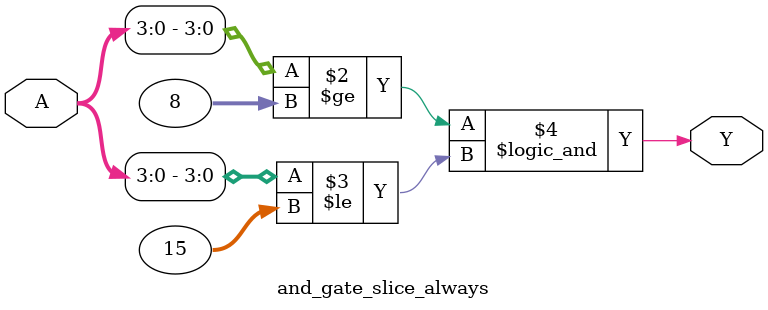
<source format=v>

module and_gate_slice_always
(
  input [7:0] A,
  output Y
);

  reg Y;

  always @(A) begin
    Y <= (A[3:0] >= 8) && (A[3:0] <= 15);
  end


endmodule

</source>
